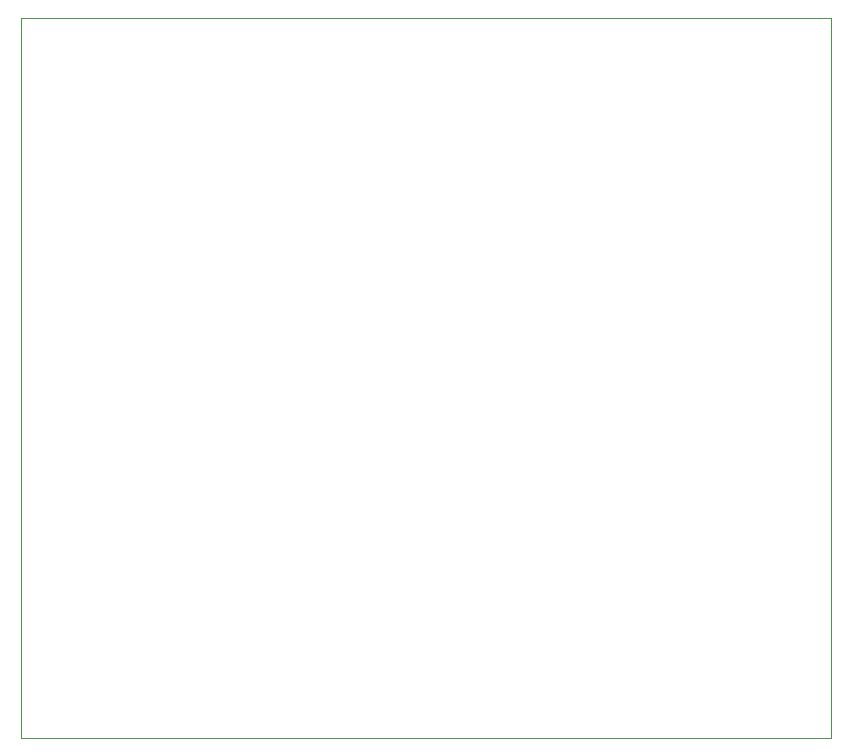
<source format=gm1>
G04 #@! TF.GenerationSoftware,KiCad,Pcbnew,(5.1.2)-1*
G04 #@! TF.CreationDate,2019-08-24T17:39:20+03:00*
G04 #@! TF.ProjectId,de0-nano-exp2,6465302d-6e61-46e6-9f2d-657870322e6b,rev?*
G04 #@! TF.SameCoordinates,Original*
G04 #@! TF.FileFunction,Profile,NP*
%FSLAX46Y46*%
G04 Gerber Fmt 4.6, Leading zero omitted, Abs format (unit mm)*
G04 Created by KiCad (PCBNEW (5.1.2)-1) date 2019-08-24 17:39:20*
%MOMM*%
%LPD*%
G04 APERTURE LIST*
%ADD10C,0.050000*%
G04 APERTURE END LIST*
D10*
X200660000Y-66040000D02*
X132080000Y-66040000D01*
X200660000Y-127000000D02*
X200660000Y-66040000D01*
X132080000Y-127000000D02*
X200660000Y-127000000D01*
X132080000Y-66040000D02*
X132080000Y-127000000D01*
M02*

</source>
